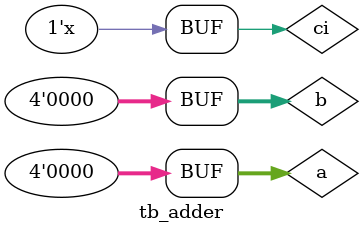
<source format=v>
`timescale 1ns / 1ps
module tb_adder(

    );

reg [3:0] a,b;
reg ci;

wire [3:0] sum;
wire co;




always #80 ci=~ci;
initial 
	begin
	a=4'b0000;b = 4'b0000;ci=0;
	repeat(256)
	#10 a=a+1;
	end
	
	initial 
	begin
	a=4'b0000;b = 4'b0000; ci=0;
	repeat(64)
	#40 b=b+1;
	end
	
adder tb_adder(
    .a(a), 
	.b(b), 
	.ci(ci), 
	.sum(sum), 
	.co(co)
);
endmodule


</source>
